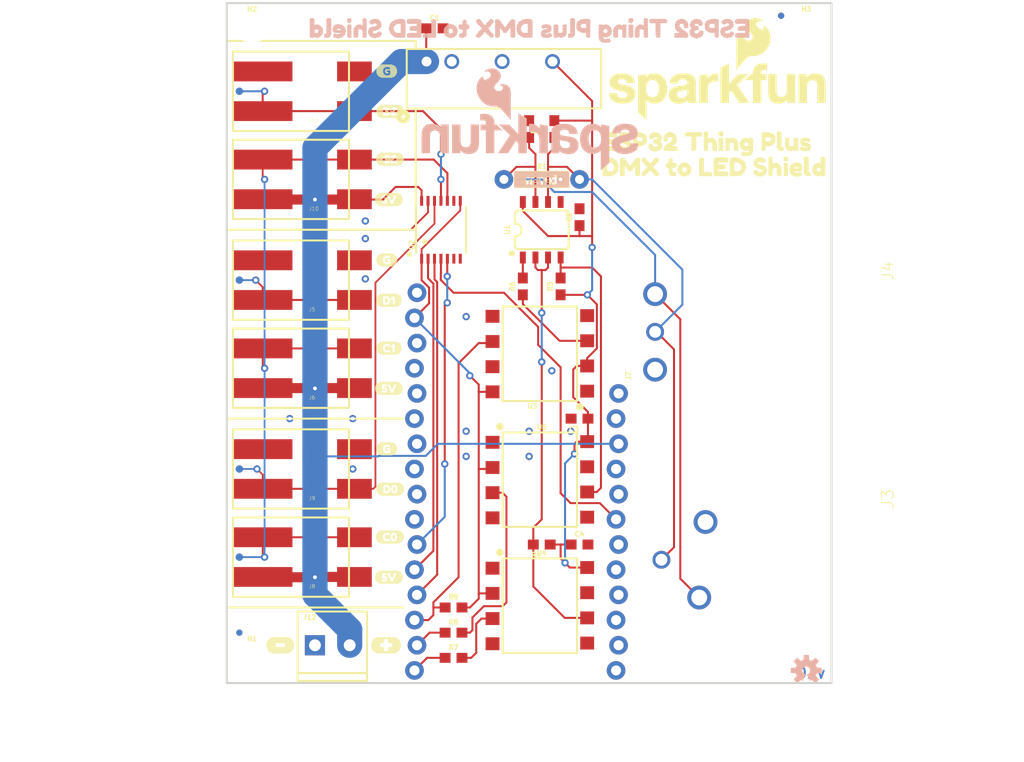
<source format=kicad_pcb>
(kicad_pcb (version 20211014) (generator pcbnew)
  (layers (0 "F.Cu" signal) (31 "B.Cu" signal) (34 "B.Paste" user) (35 "F.Paste" user) (36 "B.SilkS" user "B.Silkscreen") (37 "F.SilkS" user "F.Silkscreen") (38 "B.Mask" user) (39 "F.Mask" user) (44 "Edge.Cuts" user))
  (net 0 "")
  (net 1 "3.3V")
  (net 2 "GND")
  (net 3 "5V")
  (net 4 "SDA")
  (net 5 "SCL")
  (net 6 "15")
  (net 7 "33")
  (net 8 "DATA3")
  (net 9 "20")
  (net 10 "13")
  (net 11 "EN")
  (net 12 "VBAT")
  (net 13 "RST")
  (net 14 "NC")
  (net 15 "A0")
  (net 16 "A1")
  (net 17 "A2")
  (net 18 "A4")
  (net 19 "A5")
  (net 20 "DATA2")
  (net 21 "A3")
  (net 22 "14")
  (net 23 "32")
  (net 24 "A")
  (net 25 "B")
  (net 26 "GND-ISO")
  (net 27 "VCC-ISO")
  (net 28 "N$3")
  (net 29 "N$5")
  (net 30 "N$6")
  (net 31 "N$4")
  (net 32 "N$1")
  (net 33 "N$2")
  (net 34 "485/TX")
  (net 35 "485/EN")
  (net 36 "485/RX")
  (net 37 "LED-CLOCK")
  (net 38 "DATA1")
  (net 39 "HV-DATA2")
  (net 40 "HV-DATA3")
  (net 41 "HV-DATA1")
  (net 42 "HV-LED-CLOCK")
  (footprint "boardEagle:FIDUCIAL-MICRO" (layer "F.Cu") (at 119.2911 134.2136)
    (fp_text reference "FD2" hide)
    (fp_text value "FIDUCIALUFIDUCIAL" hide)
  )
  (footprint "boardEagle:__TERM__0" (layer "F.Cu") (at 146.4691 88.4936)
    (fp_text reference "U$1" hide)
    (fp_text value "" hide)
  )
  (footprint "boardEagle:0603" (layer "F.Cu") (at 138.9761 73.2536)
    (fp_text reference "C1")
    (fp_text value "4.7uF")
  )
  (footprint "boardEagle:#0" (layer "F.Cu") (at 121.9581 135.4836)
    (fp_text reference "U$16" hide)
    (fp_text value "" hide)
  )
  (footprint "boardEagle:8-SMD" (layer "F.Cu") (at 149.7711 131.6736 -90)
    (fp_text reference "U4")
    (fp_text value "6N137S")
  )
  (footprint "boardEagle:FIDUCIAL-MICRO" (layer "F.Cu") (at 173.9011 71.9836)
    (fp_text reference "FD3" hide)
    (fp_text value "FIDUCIALUFIDUCIAL" hide)
  )
  (footprint "boardEagle:5V7" (layer "F.Cu") (at 132.8801 109.5756)
    (fp_text reference "U$21" hide)
    (fp_text value "" hide)
  )
  (footprint "boardEagle:1X02_POKEHOME" (layer "F.Cu") (at 125.6411 126.5936)
    (fp_text reference "J8")
    (fp_text value "")
  )
  (footprint "boardEagle:RFB-0505S" (layer "F.Cu") (at 145.9611 78.3336)
    (fp_text reference "U6" hide)
    (fp_text value "RFB-0505S" hide)
  )
  (footprint "boardEagle:G8" (layer "F.Cu") (at 133.0071 115.6716)
    (fp_text reference "U$28" hide)
    (fp_text value "" hide)
  )
  (footprint "boardEagle:C24" (layer "F.Cu") (at 133.0071 86.4616)
    (fp_text reference "U$26" hide)
    (fp_text value "" hide)
  )
  (footprint "boardEagle:AXIAL-0.3EZ" (layer "F.Cu") (at 149.7711 88.4936)
    (fp_text reference "R1")
    (fp_text value "DNP")
  )
  (footprint "boardEagle:C01" (layer "F.Cu") (at 133.0071 124.5616)
    (fp_text reference "U$18" hide)
    (fp_text value "" hide)
  )
  (footprint "boardEagle:1X12_LOCK_NO_SILK" (layer "F.Cu") (at 157.3911 110.0836 -90)
    (fp_text reference "J7")
    (fp_text value "")
  )
  (footprint "boardEagle:ESP32_THING_PLUS6" (layer "F.Cu") (at 154.2161 84.6836)
    (fp_text reference "U$11" hide)
    (fp_text value "" hide)
  )
  (footprint "boardEagle:1X02_POKEHOME" (layer "F.Cu") (at 125.6411 98.6536)
    (fp_text reference "J5")
    (fp_text value "")
  )
  (footprint "boardEagle:D23" (layer "F.Cu") (at 133.0071 81.6356)
    (fp_text reference "U$27" hide)
    (fp_text value "" hide)
  )
  (footprint "boardEagle:0603" (layer "F.Cu") (at 140.8811 134.2136)
    (fp_text reference "R8")
    (fp_text value "330")
  )
  (footprint "boardEagle:0603" (layer "F.Cu") (at 148.5011 83.4136 -90)
    (fp_text reference "R3")
    (fp_text value "680")
  )
  (footprint "boardEagle:0603" (layer "F.Cu") (at 140.8811 136.7536)
    (fp_text reference "R7")
    (fp_text value "330")
  )
  (footprint "boardEagle:D16" (layer "F.Cu") (at 133.0071 100.6856)
    (fp_text reference "U$23" hide)
    (fp_text value "" hide)
  )
  (footprint "boardEagle:XLR-3_FEMALE" (layer "F.Cu") (at 166.2811 126.8606 -90)
    (fp_text reference "J3")
    (fp_text value "XLR-3-FEMALE")
  )
  (footprint "boardEagle:G8" (layer "F.Cu") (at 133.0071 77.5716)
    (fp_text reference "U$20" hide)
    (fp_text value "" hide)
  )
  (footprint "boardEagle:CREATIVE_COMMONS" (layer "F.Cu") (at 115.4811 146.9136)
    (fp_text reference "FRAME1" hide)
    (fp_text value "FRAME-LETTER" hide)
  )
  (footprint "boardEagle:STAND-OFF-TIGHT" (layer "F.Cu") (at 120.5611 136.7536)
    (fp_text reference "H1")
    (fp_text value "STAND-OFFTIGHT")
  )
  (footprint "boardEagle:TSSOP14" (layer "F.Cu") (at 139.6111 93.5736)
    (fp_text reference "U2")
    (fp_text value "TXB0104")
  )
  (footprint "boardEagle:1X02_POKEHOME" (layer "F.Cu") (at 125.6411 117.7036)
    (fp_text reference "J9")
    (fp_text value "")
  )
  (footprint "boardEagle:0603" (layer "F.Cu") (at 153.5811 112.6236 180)
    (fp_text reference "C3")
    (fp_text value "0.1uF")
  )
  (footprint "boardEagle:0603" (layer "F.Cu") (at 153.5811 92.3036 90)
    (fp_text reference "C2")
    (fp_text value "0.1uF")
  )
  (footprint "boardEagle:8-SMD" (layer "F.Cu") (at 149.7711 118.9736 -90)
    (fp_text reference "U5")
    (fp_text value "6N137S")
  )
  (footprint "boardEagle:0603" (layer "F.Cu") (at 149.7711 125.3236 180)
    (fp_text reference "R4")
    (fp_text value "470")
  )
  (footprint "boardEagle:0603" (layer "F.Cu") (at 151.0411 83.4136 90)
    (fp_text reference "R2")
    (fp_text value "680")
  )
  (footprint "boardEagle:8-SMD" (layer "F.Cu") (at 149.3901 105.8926 90)
    (fp_text reference "U3")
    (fp_text value "6N137S")
  )
  (footprint "boardEagle:STAND-OFF-TIGHT" (layer "F.Cu") (at 176.4411 73.2536)
    (fp_text reference "H3")
    (fp_text value "STAND-OFFTIGHT")
  )
  (footprint "boardEagle:0603" (layer "F.Cu") (at 153.5811 125.3236)
    (fp_text reference "C4")
    (fp_text value "0.1uF")
  )
  (footprint "boardEagle:SFE_LOGO_NAME_FLAME_.2" (layer "F.Cu") (at 167.5511 79.6036)
    (fp_text reference "LOGO1" hide)
    (fp_text value "SFE_LOGO_NAME_FLAME.2_INCH" hide)
  )
  (footprint "boardEagle:1X16_LOCK_NO_SILK" (layer "F.Cu") (at 137.0711 118.9736 -90)
    (fp_text reference "J1" hide)
    (fp_text value "" hide)
  )
  (footprint "boardEagle:1X02_POKEHOME" (layer "F.Cu") (at 125.6411 79.6036)
    (fp_text reference "J11")
    (fp_text value "")
  )
  (footprint "boardEagle:G8" (layer "F.Cu") (at 133.0071 96.6216)
    (fp_text reference "U$24" hide)
    (fp_text value "" hide)
  )
  (footprint "boardEagle:SO08" (layer "F.Cu") (at 149.7711 93.5736)
    (fp_text reference "U1")
    (fp_text value " MAX3485CSA")
  )
  (footprint "boardEagle:DMX_TO_LED_SHIELD7" (layer "F.Cu") (at 154.2161 87.2236)
    (fp_text reference "U$12" hide)
    (fp_text value "" hide)
  )
  (footprint "boardEagle:#1" (layer "F.Cu") (at 132.4991 135.4836)
    (fp_text reference "U$25" hide)
    (fp_text value "" hide)
  )
  (footprint "boardEagle:XLR-3_MALE" (layer "F.Cu") (at 170.0911 103.8736 -90)
    (fp_text reference "J4")
    (fp_text value "XLR-3-MALE")
  )
  (footprint "boardEagle:1X02_POKEHOME" (layer "F.Cu") (at 125.6411 88.4936)
    (fp_text reference "J10")
    (fp_text value "")
  )
  (footprint "boardEagle:1X02_POKEHOME" (layer "F.Cu") (at 125.6411 107.5436)
    (fp_text reference "J6")
    (fp_text value "")
  )
  (footprint "boardEagle:SCREWTERMINAL-3.5MM-2" (layer "F.Cu") (at 126.9111 135.4836)
    (fp_text reference "J12")
    (fp_text value "")
  )
  (footprint "boardEagle:0603" (layer "F.Cu") (at 147.8661 99.2886 90)
    (fp_text reference "R6")
    (fp_text value "470")
  )
  (footprint "boardEagle:5V7" (layer "F.Cu") (at 132.8801 128.6256)
    (fp_text reference "U$17" hide)
    (fp_text value "" hide)
  )
  (footprint "boardEagle:C12" (layer "F.Cu") (at 133.0071 105.5116)
    (fp_text reference "U$22" hide)
    (fp_text value "" hide)
  )
  (footprint "boardEagle:0603" (layer "F.Cu") (at 151.6761 99.2886 90)
    (fp_text reference "R5")
    (fp_text value "470")
  )
  (footprint "boardEagle:5V7" (layer "F.Cu") (at 132.8801 90.5256)
    (fp_text reference "U$15" hide)
    (fp_text value "" hide)
  )
  (footprint "boardEagle:0603" (layer "F.Cu") (at 140.8811 131.6736)
    (fp_text reference "R9")
    (fp_text value "470")
  )
  (footprint "boardEagle:STAND-OFF-TIGHT" (layer "F.Cu") (at 120.5611 73.2536)
    (fp_text reference "H2")
    (fp_text value "STAND-OFFTIGHT")
  )
  (footprint "boardEagle:D00" (layer "F.Cu") (at 133.0071 119.7356)
    (fp_text reference "U$19" hide)
    (fp_text value "" hide)
  )
  (footprint "boardEagle:PAD.03X.03" (layer "B.Cu") (at 119.2911 126.5936 180)
    (fp_text reference "TP4" hide)
    (fp_text value "TEST-POINT3" hide)
  )
  (footprint "boardEagle:FIDUCIAL-MICRO" (layer "B.Cu") (at 173.9011 71.9836 180)
    (fp_text reference "FD4" hide)
    (fp_text value "FIDUCIALUFIDUCIAL" hide)
  )
  (footprint "boardEagle:OSHW-LOGO-S" (layer "B.Cu") (at 176.4411 138.0236 180)
    (fp_text reference "LOGO3" hide)
    (fp_text value "OSHW-LOGOS" hide)
  )
  (footprint "boardEagle:FIDUCIAL-MICRO" (layer "B.Cu") (at 119.2911 134.2136 180)
    (fp_text reference "FD1" hide)
    (fp_text value "FIDUCIALUFIDUCIAL" hide)
  )
  (footprint "boardEagle:PAD.03X.03" (layer "B.Cu") (at 119.2911 117.7036 180)
    (fp_text reference "TP2" hide)
    (fp_text value "TEST-POINT3" hide)
  )
  (footprint "boardEagle:PAD.03X.03" (layer "B.Cu") (at 119.2911 98.6536 180)
    (fp_text reference "TP1" hide)
    (fp_text value "TEST-POINT3" hide)
  )
  (footprint "boardEagle:DMX_TO_LED_SHIELD7" (layer "B.Cu") (at 150.5331 73.2536 180)
    (fp_text reference "U$14" hide)
    (fp_text value "" hide)
  )
  (footprint "boardEagle:ESP32_THING_PLUS6" (layer "B.Cu") (at 172.3771 73.2536 180)
    (fp_text reference "U$13" hide)
    (fp_text value "" hide)
  )
  (footprint "boardEagle:__TERM__0" (layer "B.Cu") (at 153.0731 88.4936 180)
    (fp_text reference "U$2" hide)
    (fp_text value "" hide)
  )
  (footprint "boardEagle:SFE_LOGO_NAME_FLAME_.2" (layer "B.Cu") (at 148.5011 84.6836 180)
    (fp_text reference "LOGO2" hide)
    (fp_text value "SFE_LOGO_NAME_FLAME.2_INCH" hide)
  )
  (footprint "boardEagle:PAD.03X.03" (layer "B.Cu") (at 119.2911 79.6036 180)
    (fp_text reference "TP3" hide)
    (fp_text value "TEST-POINT3" hide)
  )
  (gr_line (start 118.0211 131.6736) (end 135.8011 131.6736) (layer "F.SilkS") (width 0.2032))
  (gr_line (start 135.8011 93.5736) (end 137.0711 93.5736) (layer "F.SilkS") (width 0.2032))
  (gr_line (start 118.0211 93.5736) (end 135.8011 93.5736) (layer "F.SilkS") (width 0.2032))
  (gr_line (start 118.0211 74.5236) (end 137.0711 74.5236) (layer "F.SilkS") (width 0.2032))
  (gr_line (start 118.0211 112.6236) (end 135.8011 112.6236) (layer "F.SilkS") (width 0.2032))
  (gr_line (start 137.0711 74.5236) (end 137.0711 75.2856) (layer "F.SilkS") (width 0.2032))
  (gr_line (start 137.0711 91.2876) (end 137.0711 81.3816) (layer "F.SilkS") (width 0.2032))
  (gr_line (start 118.0211 70.7136) (end 118.0211 139.2936) (layer "Edge.Cuts") (width 0.2032))
  (gr_line (start 178.9811 70.7136) (end 118.0211 70.7136) (layer "Edge.Cuts") (width 0.2032))
  (gr_line (start 178.9811 139.2936) (end 178.9811 70.7136) (layer "Edge.Cuts") (width 0.2032))
  (gr_line (start 118.0211 139.2936) (end 178.9811 139.2936) (layer "Edge.Cuts") (width 0.2032))
  (gr_text "v10" (at 178.4731 138.9126) (layer "B.Cu") (effects (font (size 1.0795 1.0795) (thickness 0.1905)) (justify left bottom mirror)))
  (segment (start 142.5211 108.2936) (end 143.4211 109.1936) (width 0.2032) (layer "F.Cu") (net 1))
  (segment (start 138.4173 100.9904) (end 136.9441 102.4636) (width 0.2032) (layer "F.Cu") (net 1))
  (segment (start 141.7311 131.6736) (end 142.5321 131.6736) (width 0.2032) (layer "F.Cu") (net 1))
  (segment (start 143.4611 130.2536) (end 143.4211 130.2936) (width 0.2032) (layer "F.Cu") (net 1))
  (segment (start 143.4211 109.8936) (end 143.4211 117.7036) (width 0.2032) (layer "F.Cu") (net 1))
  (segment (start 137.6611 98.662388) (end 138.4173 99.418588) (width 0.2032) (layer "F.Cu") (net 1))
  (segment (start 143.4211 130.7846) (end 143.4211 130.2936) (width 0.2032) (layer "F.Cu") (net 1))
  (segment (start 143.4211 130.2936) (end 143.4211 117.7036) (width 0.2032) (layer "F.Cu") (net 1))
  (segment (start 144.8101 109.9226) (end 143.4501 109.9226) (width 0.2032) (layer "F.Cu") (net 1))
  (segment (start 143.4211 117.7036) (end 144.6611 117.7036) (width 0.2032) (layer "F.Cu") (net 1))
  (segment (start 141.5611 91.6236) (end 141.5611 90.6558) (width 0.1778) (layer "F.Cu") (net 1))
  (segment (start 137.6611 96.4914) (end 137.6611 95.5236) (width 0.1778) (layer "F.Cu") (net 1))
  (segment (start 137.6611 95.5236) (end 141.5611 91.6236) (width 0.1778) (layer "F.Cu") (net 1))
  (segment (start 144.8111 117.5536) (end 144.6611 117.7036) (width 0.2032) (layer "F.Cu") (net 1))
  (segment (start 143.4211 109.1936) (end 143.4211 109.8936) (width 0.2032) (layer "F.Cu") (net 1))
  (segment (start 143.4501 109.9226) (end 143.4211 109.8936) (width 0.2032) (layer "F.Cu") (net 1))
  (segment (start 144.8111 130.2536) (end 143.4611 130.2536) (width 0.2032) (layer "F.Cu") (net 1))
  (segment (start 138.4173 99.418588) (end 138.4173 100.9904) (width 0.2032) (layer "F.Cu") (net 1))
  (segment (start 137.6611 96.4914) (end 137.6611 98.662388) (width 0.2032) (layer "F.Cu") (net 1))
  (segment (start 142.5321 131.6736) (end 143.4211 130.7846) (width 0.2032) (layer "F.Cu") (net 1))
  (via (at 142.5211 108.2936) (size 0.7366) (drill 0.381) (layers "F.Cu" "B.Cu") (net 1))
  (segment (start 142.5211 108.0406) (end 142.5211 108.2936) (width 0.2032) (layer "B.Cu") (net 1))
  (segment (start 136.9441 102.4636) (end 142.5211 108.0406) (width 0.2032) (layer "B.Cu") (net 1))
  (via (at 142.1511 116.4336) (size 0.7366) (drill 0.381) (layers "F.Cu" "B.Cu") (net 2))
  (via (at 124.3711 112.6236) (size 0.7366) (drill 0.381) (layers "F.Cu" "B.Cu") (net 2))
  (via (at 131.9911 98.5266) (size 0.7366) (drill 0.381) (layers "F.Cu" "B.Cu") (net 2))
  (via (at 131.9911 94.4626) (size 0.7366) (drill 0.381) (layers "F.Cu" "B.Cu") (net 2))
  (via (at 142.1511 102.3366) (size 0.7366) (drill 0.381) (layers "F.Cu" "B.Cu") (net 2))
  (via (at 131.9911 92.6846) (size 0.7366) (drill 0.381) (layers "F.Cu" "B.Cu") (net 2))
  (via (at 130.7211 117.7036) (size 0.7366) (drill 0.381) (layers "F.Cu" "B.Cu") (net 2))
  (via (at 130.7211 112.6236) (size 0.7366) (drill 0.381) (layers "F.Cu" "B.Cu") (net 2))
  (via (at 142.1511 113.8936) (size 0.7366) (drill 0.381) (layers "F.Cu" "B.Cu") (net 2))
  (segment (start 135.0391 89.2556) (end 133.7691 90.5256) (width 0.2032) (layer "F.Cu") (net 3))
  (segment (start 126.9111 90.5256) (end 130.8591 90.5256) (width 1.016) (layer "F.Cu") (net 3))
  (segment (start 121.6411 90.4936) (end 121.673103 90.5256) (width 0.2032) (layer "F.Cu") (net 3))
  (segment (start 121.6411 109.5436) (end 126.9111 109.5436) (width 1.016) (layer "F.Cu") (net 3))
  (segment (start 126.8791 128.5936) (end 126.9111 128.6256) (width 0.2032) (layer "F.Cu") (net 3))
  (segment (start 130.8911 128.5936) (end 126.8791 128.5936) (width 1.016) (layer "F.Cu") (net 3))
  (segment (start 126.9111 128.6256) (end 121.6731 128.6256) (width 1.016) (layer "F.Cu") (net 3))
  (segment (start 126.9111 109.5756) (end 126.9111 109.5436) (width 0.2032) (layer "F.Cu") (net 3))
  (segment (start 137.6611 89.5916) (end 137.3251 89.2556) (width 0.2032) (layer "F.Cu") (net 3))
  (segment (start 138.1261 76.5686) (end 138.1611 76.6036) (width 0.2032) (layer "F.Cu") (net 3))
  (segment (start 133.7691 90.5256) (end 130.9231 90.5256) (width 0.2032) (layer "F.Cu") (net 3))
  (segment (start 126.9111 109.5436) (end 130.8911 109.5436) (width 1.016) (layer "F.Cu") (net 3))
  (segment (start 130.8911 90.4936) (end 130.8591 90.5256) (width 0.2032) (layer "F.Cu") (net 3))
  (segment (start 137.6611 90.6558) (end 137.6611 89.5916) (width 0.2032) (layer "F.Cu") (net 3))
  (segment (start 121.6731 128.6256) (end 121.6411 128.5936) (width 0.2032) (layer "F.Cu") (net 3))
  (segment (start 121.673103 90.5256) (end 126.9111 90.5256) (width 1.016) (layer "F.Cu") (net 3))
  (segment (start 130.9231 90.5256) (end 130.8911 90.4936) (width 0.2032) (layer "F.Cu") (net 3))
  (segment (start 138.1261 73.2536) (end 138.1261 76.5686) (width 0.2032) (layer "F.Cu") (net 3))
  (segment (start 137.3251 89.2556) (end 135.0391 89.2556) (width 0.2032) (layer "F.Cu") (net 3))
  (via (at 126.9111 128.6256) (size 0.7366) (drill 0.381) (layers "F.Cu" "B.Cu") (net 3))
  (via (at 126.9111 90.5256) (size 0.7366) (drill 0.381) (layers "F.Cu" "B.Cu") (net 3))
  (via (at 126.9111 109.5756) (size 0.7366) (drill 0.381) (layers "F.Cu" "B.Cu") (net 3))
  (segment (start 126.9111 116.4336) (end 126.9111 109.5756) (width 2.54) (layer "B.Cu") (net 3))
  (segment (start 126.9111 109.5756) (end 126.9111 90.5256) (width 2.54) (layer "B.Cu") (net 3))
  (segment (start 139.303312 115.1636) (end 138.084112 116.3828) (width 0.2032) (layer "B.Cu") (net 3))
  (segment (start 126.9111 130.4036) (end 130.4111 133.9036) (width 2.54) (layer "B.Cu") (net 3))
  (segment (start 157.5181 115.1636) (end 143.4211 115.1636) (width 0.2032) (layer "B.Cu") (net 3))
  (segment (start 143.1671 115.1636) (end 139.303312 115.1636) (width 0.2032) (layer "B.Cu") (net 3))
  (segment (start 135.6211 76.6036) (end 138.1611 76.6036) (width 2.54) (layer "B.Cu") (net 3))
  (segment (start 126.9111 128.6256) (end 126.9111 116.4336) (width 2.54) (layer "B.Cu") (net 3))
  (segment (start 143.4211 115.1636) (end 143.1671 115.1636) (width 0.2032) (layer "B.Cu") (net 3))
  (segment (start 126.9111 85.3136) (end 135.6211 76.6036) (width 2.54) (layer "B.Cu") (net 3))
  (segment (start 126.9111 128.6256) (end 126.9111 130.4036) (width 2.54) (layer "B.Cu") (net 3))
  (segment (start 130.4111 133.9036) (end 130.4111 135.4836) (width 2.54) (layer "B.Cu") (net 3))
  (segment (start 126.9111 90.5256) (end 126.9111 85.3136) (width 2.54) (layer "B.Cu") (net 3))
  (segment (start 133.2611 116.4336) (end 126.9111 116.4336) (width 0.2032) (layer "B.Cu") (net 3))
  (segment (start 138.084112 116.3828) (end 133.3119 116.3828) (width 0.2032) (layer "B.Cu") (net 3))
  (segment (start 133.3119 116.3828) (end 133.2611 116.4336) (width 0.2032) (layer "B.Cu") (net 3))
  (segment (start 149.4107 103.3732) (end 145.9611 99.9236) (width 0.2032) (layer "F.Cu") (net 8))
  (segment (start 155.628506 121.148007) (end 157.2641 122.7836) (width 0.2032) (layer "F.Cu") (net 8))
  (segment (start 155.628506 121.148007) (end 152.67669 121.148007) (width 0.2032) (layer "F.Cu") (net 8))
  (segment (start 149.4107 105.182019) (end 151.6761 107.447419) (width 0.2032) (layer "F.Cu") (net 8))
  (segment (start 152.67669 121.148007) (end 151.676103 120.147419) (width 0.2032) (layer "F.Cu") (net 8))
  (segment (start 139.6111 97.991613) (end 139.6111 96.4914) (width 0.2032) (layer "F.Cu") (net 8))
  (segment (start 139.5984 98.004313) (end 139.6111 97.991613) (width 0.2032) (layer "F.Cu") (net 8))
  (segment (start 145.9611 99.9236) (end 140.8811 99.9236) (width 0.2032) (layer "F.Cu") (net 8))
  (segment (start 139.5984 98.6409) (end 139.5984 98.004313) (width 0.2032) (layer "F.Cu") (net 8))
  (segment (start 151.676103 120.147419) (end 151.6761 120.147419) (width 0.2032) (layer "F.Cu") (net 8))
  (segment (start 140.8811 99.9236) (end 139.5984 98.6409) (width 0.2032) (layer "F.Cu") (net 8))
  (segment (start 149.4107 103.3732) (end 149.4107 105.182019) (width 0.2032) (layer "F.Cu") (net 8))
  (segment (start 151.6761 120.147419) (end 151.6761 107.447419) (width 0.2032) (layer "F.Cu") (net 8))
  (segment (start 138.9611 96.4914) (end 138.9611 98.576963) (width 0.2032) (layer "F.Cu") (net 20))
  (segment (start 139.2301 128.3716) (end 137.1981 130.4036) (width 0.2032) (layer "F.Cu") (net 20))
  (segment (start 138.9611 98.576963) (end 139.2301 98.845963) (width 0.2032) (layer "F.Cu") (net 20))
  (segment (start 139.2301 98.845963) (end 139.2301 128.3716) (width 0.2032) (layer "F.Cu") (net 20))
  (segment (start 151.0411 85.3186) (end 150.4061 85.9536) (width 0.2032) (layer "F.Cu") (net 24))
  (segment (start 150.4061 87.2236) (end 152.3111 87.2236) (width 0.2032) (layer "F.Cu") (net 24))
  (segment (start 163.1061 105.6386) (end 163.1061 125.5906) (width 0.2032) (layer "F.Cu") (net 24))
  (segment (start 163.1061 125.5906) (end 161.8361 126.8606) (width 0.2032) (layer "F.Cu") (net 24))
  (segment (start 161.3411 103.8736) (end 163.1061 105.6386) (width 0.2032) (layer "F.Cu") (net 24))
  (segment (start 150.4061 87.2236) (end 150.4061 90.7736) (width 0.2032) (layer "F.Cu") (net 24))
  (segment (start 150.4061 85.9536) (end 150.4061 87.2236) (width 0.2032) (layer "F.Cu") (net 24))
  (segment (start 152.3111 87.2236) (end 153.5811 88.4936) (width 0.2032) (layer "F.Cu") (net 24))
  (segment (start 161.2011 103.8736) (end 161.3411 103.8736) (width 0.2032) (layer "F.Cu") (net 24))
  (segment (start 151.0411 84.2636) (end 151.0411 85.3186) (width 0.2032) (layer "F.Cu") (net 24))
  (segment (start 163.95065 97.59315) (end 163.95065 101.12405) (width 0.2032) (layer "B.Cu") (net 24))
  (segment (start 163.95065 101.12405) (end 161.2011 103.8736) (width 0.2032) (layer "B.Cu") (net 24))
  (segment (start 154.8511 88.4936) (end 153.5811 88.4936) (width 0.2032) (layer "B.Cu") (net 24))
  (segment (start 154.8511 88.4936) (end 163.95065 97.59315) (width 0.2032) (layer "B.Cu") (net 24))
  (segment (start 163.7411 128.7656) (end 163.7411 102.6036) (width 0.2032) (layer "F.Cu") (net 25))
  (segment (start 149.1361 87.2236) (end 149.1361 90.7736) (width 0.2032) (layer "F.Cu") (net 25))
  (segment (start 147.2311 87.2236) (end 145.9611 88.4936) (width 0.2032) (layer "F.Cu") (net 25))
  (segment (start 148.5011 84.2636) (end 148.5011 85.3186) (width 0.2032) (layer "F.Cu") (net 25))
  (segment (start 149.1361 85.9536) (end 149.1361 87.2236) (width 0.2032) (layer "F.Cu") (net 25))
  (segment (start 148.5011 85.3186) (end 149.1361 85.9536) (width 0.2032) (layer "F.Cu") (net 25))
  (segment (start 163.7411 102.6036) (end 161.2011 100.0636) (width 0.2032) (layer "F.Cu") (net 25))
  (segment (start 149.1361 87.2236) (end 147.2311 87.2236) (width 0.2032) (layer "F.Cu") (net 25))
  (segment (start 165.6461 130.6706) (end 163.7411 128.7656) (width 0.2032) (layer "F.Cu") (net 25))
  (segment (start 154.8511 89.7636) (end 161.2011 96.1136) (width 0.2032) (layer "B.Cu") (net 25))
  (segment (start 149.7711 88.4936) (end 151.0411 89.7636) (width 0.2032) (layer "B.Cu") (net 25))
  (segment (start 151.0411 89.7636) (end 154.8511 89.7636) (width 0.2032) (layer "B.Cu") (net 25))
  (segment (start 161.2011 96.1136) (end 161.2011 100.0636) (width 0.2032) (layer "B.Cu") (net 25))
  (segment (start 145.9611 88.4936) (end 149.7711 88.4936) (width 0.2032) (layer "B.Cu") (net 25))
  (via (at 150.7871 107.7976) (size 0.7366) (drill 0.381) (layers "F.Cu" "B.Cu") (net 26))
  (via (at 148.5011 113.8936) (size 0.7366) (drill 0.381) (layers "F.Cu" "B.Cu") (net 26))
  (via (at 148.5011 116.4336) (size 0.7366) (drill 0.381) (layers "F.Cu" "B.Cu") (net 26))
  (via (at 151.6761 88.4936) (size 0.7366) (drill 0.381) (layers "F.Cu" "B.Cu") (net 26))
  (via (at 152.6921 113.8936) (size 0.7366) (drill 0.381) (layers "F.Cu" "B.Cu") (net 26))
  (segment (start 147.8661 90.7736) (end 147.8661 91.6686) (width 0.2032) (layer "F.Cu") (net 27))
  (segment (start 153.5811 93.1536) (end 153.5811 94.2086) (width 0.2032) (layer "F.Cu") (net 27))
  (segment (start 150.4061 94.2086) (end 153.5811 94.2086) (width 0.2032) (layer "F.Cu") (net 27))
  (segment (start 152.9461 107.670604) (end 153.304096 107.312604) (width 0.2032) (layer "F.Cu") (net 27))
  (segment (start 155.3295 101.0962) (end 155.3295 105.538332) (width 0.2032) (layer "F.Cu") (net 27))
  (segment (start 152.9461 110.4646) (end 154.4311 111.9496) (width 0.2032) (layer "F.Cu") (net 27))
  (segment (start 154.8511 95.3516) (end 154.8511 94.2086) (width 0.2032) (layer "F.Cu") (net 27))
  (segment (start 153.304096 107.312604) (end 154.350096 107.312604) (width 0.2032) (layer "F.Cu") (net 27))
  (segment (start 151.6761 126.720597) (end 151.6761 125.3236) (width 0.2032) (layer "F.Cu") (net 27))
  (segment (start 154.4311 114.8636) (end 154.4311 112.6236) (width 0.2032) (layer "F.Cu") (net 27))
  (segment (start 147.8661 91.6686) (end 150.4061 94.2086) (width 0.2032) (layer "F.Cu") (net 27))
  (segment (start 151.6761 125.3236) (end 152.7311 125.3236) (width 0.2032) (layer "F.Cu") (net 27))
  (segment (start 153.5811 94.2086) (end 154.8511 94.2086) (width 0.2032) (layer "F.Cu") (net 27))
  (segment (start 152.9461 107.670604) (end 152.9461 110.4646) (width 0.2032) (layer "F.Cu") (net 27))
  (segment (start 154.3511 114.9436) (end 154.4311 114.8636) (width 0.2032) (layer "F.Cu") (net 27))
  (segment (start 151.6761 100.1386) (end 154.3719 100.1386) (width 0.2032) (layer "F.Cu") (net 27))
  (segment (start 153.2931 114.9436) (end 153.0731 115.1636) (width 0.2032) (layer "F.Cu") (net 27))
  (segment (start 151.0411 82.5636) (end 154.8121 82.5636) (width 0.2032) (layer "F.Cu") (net 27))
  (segment (start 154.8511 80.5936) (end 150.8611 76.6036) (width 0.2032) (layer "F.Cu") (net 27))
  (segment (start 154.3511 127.6436) (end 152.5991 127.6436) (width 0.2032) (layer "F.Cu") (net 27))
  (segment (start 153.0731 115.1636) (end 153.0731 116.1796) (width 0.2032) (layer "F.Cu") (net 27))
  (segment (start 154.8121 82.5636) (end 154.8511 82.5246) (width 0.2032) (layer "F.Cu") (net 27))
  (segment (start 154.8511 94.2086) (end 154.8511 82.5246) (width 0.2032) (layer "F.Cu") (net 27))
  (segment (start 154.3719 100.1386) (end 155.3295 101.0962) (width 0.2032) (layer "F.Cu") (net 27))
  (segment (start 152.5991 127.6436) (end 152.1206 127.1651) (width 0.2032) (layer "F.Cu") (net 27))
  (segment (start 154.3501 107.3126) (end 154.3501 106.517732) (width 0.2032) (layer "F.Cu") (net 27))
  (segment (start 150.6211 125.3236) (end 151.6761 125.3236) (width 0.2032) (layer "F.Cu") (net 27))
  (segment (start 154.8511 82.5246) (end 154.8511 80.5936) (width 0.2032) (layer "F.Cu") (net 27))
  (segment (start 154.3501 106.517732) (end 155.3295 105.538332) (width 0.2032) (layer "F.Cu") (net 27))
  (segment (start 154.350096 107.312604) (end 154.3501 107.3126) (width 0.2032) (layer "F.Cu") (net 27))
  (segment (start 151.9301 126.9746) (end 151.6761 126.720597) (width 0.2032) (layer "F.Cu") (net 27))
  (segment (start 154.4311 111.9496) (end 154.4311 112.6236) (width 0.2032) (layer "F.Cu") (net 27))
  (segment (start 154.3511 114.9436) (end 153.2931 114.9436) (width 0.2032) (layer "F.Cu") (net 27))
  (segment (start 152.1206 127.1651) (end 151.9301 126.9746) (width 0.2032) (layer "F.Cu") (net 27))
  (via (at 152.1206 127.1651) (size 0.7366) (drill 0.381) (layers "F.Cu" "B.Cu") (net 27))
  (via (at 153.0731 116.1796) (size 0.7366) (drill 0.381) (layers "F.Cu" "B.Cu") (net 27))
  (via (at 154.3719 100.1386) (size 0.7366) (drill 0.381) (layers "F.Cu" "B.Cu") (net 27))
  (via (at 154.8511 95.3516) (size 0.7366) (drill 0.381) (layers "F.Cu" "B.Cu") (net 27))
  (segment (start 154.8511 99.6594) (end 154.3719 100.1386) (width 0.2032) (layer "B.Cu") (net 27))
  (segment (start 152.1206 117.1321) (end 153.0731 116.1796) (width 0.2032) (layer "B.Cu") (net 27))
  (segment (start 154.8511 95.3516) (end 154.8511 99.6594) (width 0.2032) (layer "B.Cu") (net 27))
  (segment (start 152.1206 117.1321) (end 152.1206 127.1651) (width 0.2032) (layer "B.Cu") (net 27))
  (segment (start 154.3511 132.7236) (end 152.0911 132.7236) (width 0.2032) (layer "F.Cu") (net 28))
  (segment (start 148.9211 125.3236) (end 148.9211 129.5536) (width 0.2032) (layer "F.Cu") (net 28))
  (segment (start 150.1521 97.6376) (end 149.7711 97.6376) (width 0.2032) (layer "F.Cu") (net 28))
  (segment (start 149.7711 97.6376) (end 149.7711 101.9556) (width 0.2032) (layer "F.Cu") (net 28))
  (segment (start 150.4061 96.3736) (end 150.4061 97.3836) (width 0.2032) (layer "F.Cu") (net 28))
  (segment (start 149.7711 97.6376) (end 149.3901 97.6376) (width 0.2032) (layer "F.Cu") (net 28))
  (segment (start 149.7711 122.7836) (end 148.9211 123.6336) (width 0.2032) (layer "F.Cu") (net 28))
  (segment (start 149.1361 96.3736) (end 149.1361 97.3836) (width 0.2032) (layer "F.Cu") (net 28))
  (segment (start 148.9211 129.5536) (end 152.0911 132.7236) (width 0.2032) (layer "F.Cu") (net 28))
  (segment (start 150.4061 97.3836) (end 150.1521 97.6376) (width 0.2032) (layer "F.Cu") (net 28))
  (segment (start 149.1361 97.3836) (end 149.3901 97.6376) (width 0.2032) (layer "F.Cu") (net 28))
  (segment (start 148.9211 123.6336) (end 148.9211 125.3236) (width 0.2032) (layer "F.Cu") (net 28))
  (segment (start 149.7711 106.9086) (end 149.7711 122.7836) (width 0.2032) (layer "F.Cu") (net 28))
  (via (at 149.7711 106.9086) (size 0.7366) (drill 0.381) (layers "F.Cu" "B.Cu") (net 28))
  (via (at 149.7711 101.9556) (size 0.7366) (drill 0.381) (layers "F.Cu" "B.Cu") (net 28))
  (segment (start 149.7711 101.9556) (end 149.7711 106.9086) (width 0.2032) (layer "B.Cu") (net 28))
  (segment (start 147.8661 100.1386) (end 147.8661 101.0666) (width 0.2032) (layer "F.Cu") (net 29))
  (segment (start 147.8661 101.0666) (end 151.5721 104.7726) (width 0.2032) (layer "F.Cu") (net 29))
  (segment (start 151.5721 104.7726) (end 154.3501 104.7726) (width 0.2032) (layer "F.Cu") (net 29))
  (segment (start 147.8661 98.4386) (end 147.8661 97.4226) (width 0.2032) (layer "F.Cu") (net 30))
  (segment (start 147.8661 96.3736) (end 147.8661 97.4226) (width 0.2032) (layer "F.Cu") (net 30))
  (segment (start 151.6761 96.3736) (end 151.6761 97.3836) (width 0.2032) (layer "F.Cu") (net 31))
  (segment (start 155.3251 120.0236) (end 155.7401 119.6086) (width 0.2032) (layer "F.Cu") (net 31))
  (segment (start 154.3511 120.0236) (end 155.3251 120.0236) (width 0.2032) (layer "F.Cu") (net 31))
  (segment (start 155.7401 98.2726) (end 154.8511 97.3836) (width 0.2032) (layer "F.Cu") (net 31))
  (segment (start 151.6761 97.3836) (end 151.6761 98.4386) (width 0.2032) (layer "F.Cu") (net 31))
  (segment (start 154.8511 97.3836) (end 151.6761 97.3836) (width 0.2032) (layer "F.Cu") (net 31))
  (segment (start 155.7401 119.6086) (end 155.7401 98.2726) (width 0.2032) (layer "F.Cu") (net 31))
  (segment (start 145.8111 120.0936) (end 144.8111 120.0936) (width 0.2032) (layer "F.Cu") (net 32))
  (segment (start 145.8341 131.5466) (end 146.2151 131.1656) (width 0.2032) (layer "F.Cu") (net 32))
  (segment (start 142.7861 132.6896) (end 143.9291 131.5466) (width 0.2032) (layer "F.Cu") (net 32))
  (segment (start 142.532096 134.2136) (end 141.7311 134.2136) (width 0.2032) (layer "F.Cu") (net 32))
  (segment (start 146.2151 120.4976) (end 145.8111 120.0936) (width 0.2032) (layer "F.Cu") (net 32))
  (segment (start 142.7861 133.9596) (end 142.7861 132.6896) (width 0.2032) (layer "F.Cu") (net 32))
  (segment (start 143.9291 131.5466) (end 145.8341 131.5466) (width 0.2032) (layer "F.Cu") (net 32))
  (segment (start 146.2151 131.1656) (end 146.2151 120.4976) (width 0.2032) (layer "F.Cu") (net 32))
  (segment (start 142.7861 133.9596) (end 142.532096 134.2136) (width 0.2032) (layer "F.Cu") (net 32))
  (segment (start 143.6981 132.7936) (end 143.1671 133.3246) (width 0.2032) (layer "F.Cu") (net 33))
  (segment (start 143.1671 136.2456) (end 142.6591 136.7536) (width 0.2032) (layer "F.Cu") (net 33))
  (segment (start 142.6591 136.7536) (end 141.7311 136.7536) (width 0.2032) (layer "F.Cu") (net 33))
  (segment (start 144.8111 132.7936) (end 143.6981 132.7936) (width 0.2032) (layer "F.Cu") (net 33))
  (segment (start 143.1671 133.3246) (end 143.1671 136.2456) (width 0.2032) (layer "F.Cu") (net 33))
  (segment (start 143.4211 105.0036) (end 141.3891 107.0356) (width 0.2032) (layer "F.Cu") (net 34))
  (segment (start 138.3411 132.9436) (end 136.9441 132.9436) (width 0.2032) (layer "F.Cu") (net 34))
  (segment (start 140.0311 131.6736) (end 138.8491 131.6736) (width 0.2032) (layer "F.Cu") (net 34))
  (segment (start 141.3891 107.0356) (end 141.3891 128.6256) (width 0.2032) (layer "F.Cu") (net 34))
  (segment (start 138.8491 131.6736) (end 138.8491 132.4356) (width 0.2032) (layer "F.Cu") (net 34))
  (segment (start 144.8101 104.8426) (end 144.6491 105.0036) (width 0.2032) (layer "F.Cu") (net 34))
  (segment (start 138.8491 132.4356) (end 138.3411 132.9436) (width 0.2032) (layer "F.Cu") (net 34))
  (segment (start 138.8491 131.1656) (end 138.8491 131.6736) (width 0.2032) (layer "F.Cu") (net 34))
  (segment (start 144.6491 105.0036) (end 143.4211 105.0036) (width 0.2032) (layer "F.Cu") (net 34))
  (segment (start 141.3891 128.6256) (end 138.8491 131.1656) (width 0.2032) (layer "F.Cu") (net 34))
  (segment (start 138.2141 136.7536) (end 136.9441 138.0236) (width 0.2032) (layer "F.Cu") (net 35))
  (segment (start 140.0311 136.7536) (end 138.2141 136.7536) (width 0.2032) (layer "F.Cu") (net 35))
  (segment (start 140.0311 134.2136) (end 138.4681 134.2136) (width 0.2032) (layer "F.Cu") (net 36))
  (segment (start 138.4681 134.2136) (end 137.1981 135.4836) (width 0.2032) (layer "F.Cu") (net 36))
  (segment (start 140.2461 98.2726) (end 140.2461 96.5064) (width 0.2032) (layer "F.Cu") (net 37))
  (segment (start 139.9921 117.1956) (end 139.9921 101.1936) (width 0.2032) (layer "F.Cu") (net 37))
  (segment (start 139.9921 101.1936) (end 140.2461 100.9396) (width 0.2032) (layer "F.Cu") (net 37))
  (segment (start 140.2461 96.5064) (end 140.2611 96.4914) (width 0.2032) (layer "F.Cu") (net 37))
  (via (at 140.2461 100.9396) (size 0.7366) (drill 0.381) (layers "F.Cu" "B.Cu") (net 37))
  (via (at 140.2461 98.2726) (size 0.7366) (drill 0.381) (layers "F.Cu" "B.Cu") (net 37))
  (via (at 139.9921 117.1956) (size 0.7366) (drill 0.381) (layers "F.Cu" "B.Cu") (net 37))
  (segment (start 139.9921 122.5296) (end 139.9921 117.1956) (width 0.2032) (layer "B.Cu") (net 37))
  (segment (start 137.1981 125.3236) (end 139.9921 122.5296) (width 0.2032) (layer "B.Cu") (net 37))
  (segment (start 140.2461 100.9396) (end 140.2461 98.2726) (width 0.2032) (layer "B.Cu") (net 37))
  (segment (start 138.3111 96.4914) (end 138.3111 98.465782) (width 0.2032) (layer "F.Cu") (net 38))
  (segment (start 138.3111 98.465782) (end 138.8491 99.003782) (width 0.2032) (layer "F.Cu") (net 38))
  (segment (start 138.8491 99.003782) (end 138.8491 125.9586) (width 0.2032) (layer "F.Cu") (net 38))
  (segment (start 138.8491 125.9586) (end 136.9441 127.8636) (width 0.2032) (layer "F.Cu") (net 38))
  (segment (start 138.9611 92.9536) (end 138.9611 90.6558) (width 0.1778) (layer "F.Cu") (net 39))
  (segment (start 121.6411 119.7036) (end 130.8911 119.7036) (width 0.2032) (layer "F.Cu") (net 39))
  (segment (start 133.0071 119.4816) (end 132.7851 119.7036) (width 0.1778) (layer "F.Cu") (net 39))
  (segment (start 133.0071 119.4816) (end 133.0071 98.9076) (width 0.1778) (layer "F.Cu") (net 39))
  (segment (start 121.6411 118.2756) (end 121.0691 117.7036) (width 0.1778) (layer "F.Cu") (net 39))
  (segment (start 132.7851 119.7036) (end 130.8911 119.7036) (width 0.1778) (layer "F.Cu") (net 39))
  (segment (start 133.0071 98.9076) (end 138.9611 92.9536) (width 0.1778) (layer "F.Cu") (net 39))
  (segment (start 121.6411 119.7036) (end 121.6411 118.2756) (width 0.1778) (layer "F.Cu") (net 39))
  (via (at 121.0691 117.7036) (size 0.7366) (drill 0.381) (layers "F.Cu" "B.Cu") (net 39))
  (segment (start 121.0691 117.7036) (end 119.2911 117.7036) (width 0.1778) (layer "B.Cu") (net 39))
  (segment (start 130.8911 81.6036) (end 137.8011 81.6036) (width 0.2032) (layer "F.Cu") (net 40))
  (segment (start 121.6411 81.6036) (end 121.6411 79.7936) (width 0.2032) (layer "F.Cu") (net 40))
  (segment (start 121.6411 79.7936) (end 121.8311 79.6036) (width 0.2032) (layer "F.Cu") (net 40))
  (segment (start 139.6111 83.4136) (end 139.6111 85.9536) (width 0.2032) (layer "F.Cu") (net 40))
  (segment (start 130.8911 81.6036) (end 121.6411 81.6036) (width 0.2032) (layer "F.Cu") (net 40))
  (segment (start 137.8011 81.6036) (end 139.6111 83.4136) (width 0.2032) (layer "F.Cu") (net 40))
  (segment (start 139.6111 88.4936) (end 139.6111 90.6558) (width 0.2032) (layer "F.Cu") (net 40))
  (via (at 139.6111 85.9536) (size 0.7366) (drill 0.381) (layers "F.Cu" "B.Cu") (net 40))
  (via (at 121.8311 79.6036) (size 0.7366) (drill 0.381) (layers "F.Cu" "B.Cu") (net 40))
  (via (at 139.6111 88.4936) (size 0.7366) (drill 0.381) (layers "F.Cu" "B.Cu") (net 40))
  (segment (start 139.6111 85.9536) (end 139.6111 88.4936) (width 0.2032) (layer "B.Cu") (net 40))
  (segment (start 121.8311 79.6036) (end 119.2911 79.6036) (width 0.2032) (layer "B.Cu") (net 40))
  (segment (start 128.1811 93.5736) (end 126.9111 94.8436) (width 0.1778) (layer "F.Cu") (net 41))
  (segment (start 138.3111 90.6558) (end 138.3111 91.8256) (width 0.1778) (layer "F.Cu") (net 41))
  (segment (start 121.6411 100.6536) (end 126.9111 100.6536) (width 0.2032) (layer "F.Cu") (net 41))
  (segment (start 136.5631 93.5736) (end 128.1811 93.5736) (width 0.1778) (layer "F.Cu") (net 41))
  (segment (start 126.9111 100.6536) (end 130.8911 100.6536) (width 0.2032) (layer "F.Cu") (net 41))
  (segment (start 138.3111 91.8256) (end 136.5631 93.5736) (width 0.1778) (layer "F.Cu") (net 41))
  (segment (start 121.6411 100.6536) (end 121.6411 99.3526) (width 0.1778) (layer "F.Cu") (net 41))
  (segment (start 121.6411 99.3526) (end 120.9421 98.6536) (width 0.1778) (layer "F.Cu") (net 41))
  (segment (start 126.9111 94.8436) (end 126.9111 100.6536) (width 0.1778) (layer "F.Cu") (net 41))
  (via (at 120.9421 98.6536) (size 0.7366) (drill 0.381) (layers "F.Cu" "B.Cu") (net 41))
  (segment (start 120.9421 98.6536) (end 119.2911 98.6536) (width 0.1778) (layer "B.Cu") (net 41))
  (segment (start 121.6411 126.4036) (end 121.6411 124.5936) (width 0.1778) (layer "F.Cu") (net 42))
  (segment (start 138.8811 86.4936) (end 130.8911 86.4936) (width 0.2032) (layer "F.Cu") (net 42))
  (segment (start 130.8911 105.5436) (end 121.6411 105.5436) (width 0.2032) (layer "F.Cu") (net 42))
  (segment (start 121.6411 86.4936) (end 121.6411 88.3036) (width 0.1778) (layer "F.Cu") (net 42))
  (segment (start 121.6411 86.4936) (end 130.8911 86.4936) (width 0.2032) (layer "F.Cu") (net 42))
  (segment (start 121.8311 107.5436) (end 121.6411 107.3536) (width 0.1778) (layer "F.Cu") (net 42))
  (segment (start 121.6411 124.5936) (end 130.8911 124.5936) (width 0.2032) (layer "F.Cu") (net 42))
  (segment (start 121.8311 126.5936) (end 121.6411 126.4036) (width 0.1778) (layer "F.Cu") (net 42))
  (segment (start 121.6411 88.3036) (end 121.8311 88.4936) (width 0.1778) (layer "F.Cu") (net 42))
  (segment (start 140.2611 90.6558) (end 140.2611 87.8736) (width 0.2032) (layer "F.Cu") (net 42))
  (segment (start 121.6411 107.3536) (end 121.6411 105.5436) (width 0.1778) (layer "F.Cu") (net 42))
  (segment (start 140.2611 87.8736) (end 138.8811 86.4936) (width 0.2032) (layer "F.Cu") (net 42))
  (via (at 121.8311 126.5936) (size 0.7366) (drill 0.381) (layers "F.Cu" "B.Cu") (net 42))
  (via (at 121.8311 107.5436) (size 0.7366) (drill 0.381) (layers "F.Cu" "B.Cu") (net 42))
  (via (at 121.8311 88.4936) (size 0.7366) (drill 0.381) (layers "F.Cu" "B.Cu") (net 42))
  (segment (start 121.8311 126.5936) (end 119.2911 126.5936) (width 0.1778) (layer "B.Cu") (net 42))
  (segment (start 121.8311 88.4936) (end 121.8311 107.5436) (width 0.1778) (layer "B.Cu") (net 42))
  (segment (start 121.8311 107.5436) (end 121.8311 126.5936) (width 0.1778) (layer "B.Cu") (net 42))
)
</source>
